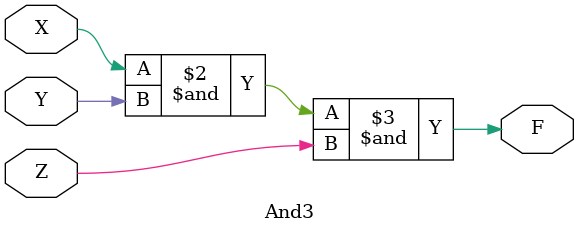
<source format=v>
`timescale 1 ns/1 ns

module And3(X, Y, Z, F);
    
   input X, Y, Z;
   output F;
   reg F;

   always @(X, Y, Z) begin
	   F <= X & Y & Z;
   end				 

endmodule

</source>
